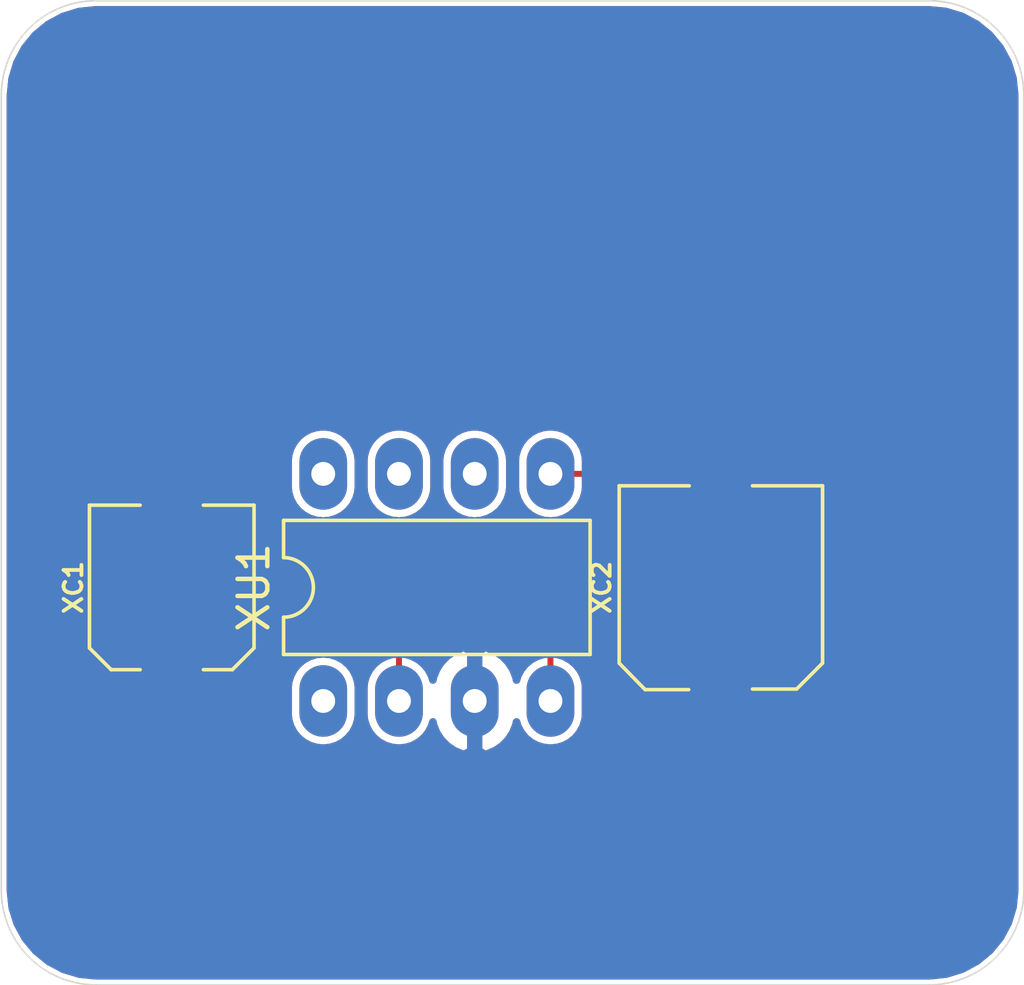
<source format=kicad_pcb>
(kicad_pcb (version 20171130) (host pcbnew "(5.1.4)-1")

  (general
    (thickness 1.6)
    (drawings 13)
    (tracks 14)
    (zones 0)
    (modules 3)
    (nets 8)
  )

  (page A4)
  (layers
    (0 F.Cu signal)
    (31 B.Cu signal)
    (32 B.Adhes user)
    (33 F.Adhes user)
    (34 B.Paste user)
    (35 F.Paste user)
    (36 B.SilkS user)
    (37 F.SilkS user)
    (38 B.Mask user)
    (39 F.Mask user)
    (40 Dwgs.User user)
    (41 Cmts.User user)
    (42 Eco1.User user hide)
    (43 Eco2.User user)
    (44 Edge.Cuts user)
    (45 Margin user)
    (46 B.CrtYd user)
    (47 F.CrtYd user)
    (48 B.Fab user)
    (49 F.Fab user)
  )

  (setup
    (last_trace_width 0.2)
    (trace_clearance 0.1524)
    (zone_clearance 0.1524)
    (zone_45_only no)
    (trace_min 0.1524)
    (via_size 0.8)
    (via_drill 0.4)
    (via_min_size 0.4)
    (via_min_drill 0.254)
    (uvia_size 0.3)
    (uvia_drill 0.1)
    (uvias_allowed no)
    (uvia_min_size 0.2)
    (uvia_min_drill 0.1)
    (edge_width 0.05)
    (segment_width 0.2)
    (pcb_text_width 0.3)
    (pcb_text_size 1.5 1.5)
    (mod_edge_width 0.12)
    (mod_text_size 1 1)
    (mod_text_width 0.15)
    (pad_size 2.4 1.6)
    (pad_drill 0.8)
    (pad_to_mask_clearance 0.051)
    (solder_mask_min_width 0.1016)
    (aux_axis_origin 0 0)
    (visible_elements 7FFFFFFF)
    (pcbplotparams
      (layerselection 0x010c0_ffffffff)
      (usegerberextensions false)
      (usegerberattributes false)
      (usegerberadvancedattributes false)
      (creategerberjobfile false)
      (excludeedgelayer false)
      (linewidth 0.100000)
      (plotframeref false)
      (viasonmask false)
      (mode 1)
      (useauxorigin false)
      (hpglpennumber 1)
      (hpglpenspeed 20)
      (hpglpendiameter 15.000000)
      (psnegative false)
      (psa4output false)
      (plotreference false)
      (plotvalue false)
      (plotinvisibletext false)
      (padsonsilk false)
      (subtractmaskfromsilk false)
      (outputformat 1)
      (mirror false)
      (drillshape 0)
      (scaleselection 1)
      (outputdirectory "gerber/"))
  )

  (net 0 "")
  (net 1 GND)
  (net 2 +9V)
  (net 3 "Net-(XU1-Pad7)")
  (net 4 "Net-(XU1-Pad6)")
  (net 5 "Net-(XC1-Pad2)")
  (net 6 "Net-(XC1-Pad1)")
  (net 7 -9V)

  (net_class Default "This is the default net class."
    (clearance 0.1524)
    (trace_width 0.2)
    (via_dia 0.8)
    (via_drill 0.4)
    (uvia_dia 0.3)
    (uvia_drill 0.1)
    (add_net +9V)
    (add_net -9V)
    (add_net "Net-(XC1-Pad1)")
    (add_net "Net-(XC1-Pad2)")
    (add_net "Net-(XU1-Pad6)")
    (add_net "Net-(XU1-Pad7)")
  )

  (net_class Power ""
    (clearance 0.25)
    (trace_width 0.3)
    (via_dia 0.8)
    (via_drill 0.4)
    (uvia_dia 0.3)
    (uvia_drill 0.1)
    (add_net GND)
  )

  (module Voltage_Converters_DC_DC_THT:MAX1044CPA (layer F.Cu) (tedit 5D489985) (tstamp 5D8F21ED)
    (at 156.21 101.6 90)
    (path /5D9091F6)
    (fp_text reference XU1 (at 0 -6.14 90) (layer F.SilkS)
      (effects (font (size 1 1) (thickness 0.15)))
    )
    (fp_text value MAX1044CPA (at 0 6.14 90) (layer F.Fab)
      (effects (font (size 1 1) (thickness 0.15)))
    )
    (fp_text user %R (at 0 0 90) (layer F.Fab)
      (effects (font (size 1 1) (thickness 0.15)))
    )
    (fp_line (start 5.29 -5.36) (end -5.26 -5.36) (layer F.CrtYd) (width 0.05))
    (fp_line (start 5.29 5.34) (end 5.29 -5.36) (layer F.CrtYd) (width 0.05))
    (fp_line (start -5.26 5.34) (end 5.29 5.34) (layer F.CrtYd) (width 0.05))
    (fp_line (start -5.26 -5.36) (end -5.26 5.34) (layer F.CrtYd) (width 0.05))
    (fp_line (start 2.25 -5.14) (end 1 -5.14) (layer F.SilkS) (width 0.12))
    (fp_line (start 2.25 5.14) (end 2.25 -5.14) (layer F.SilkS) (width 0.12))
    (fp_line (start -2.25 5.14) (end 2.25 5.14) (layer F.SilkS) (width 0.12))
    (fp_line (start -2.25 -5.14) (end -2.25 5.14) (layer F.SilkS) (width 0.12))
    (fp_line (start -1 -5.14) (end -2.25 -5.14) (layer F.SilkS) (width 0.12))
    (fp_line (start -3.175 -4.08) (end -2.175 -5.08) (layer F.Fab) (width 0.1))
    (fp_line (start -3.175 5.08) (end -3.175 -4.08) (layer F.Fab) (width 0.1))
    (fp_line (start 3.175 5.08) (end -3.175 5.08) (layer F.Fab) (width 0.1))
    (fp_line (start 3.175 -5.08) (end 3.175 5.08) (layer F.Fab) (width 0.1))
    (fp_line (start -2.175 -5.08) (end 3.175 -5.08) (layer F.Fab) (width 0.1))
    (fp_arc (start 0 -5.14) (end -1 -5.14) (angle -180) (layer F.SilkS) (width 0.12))
    (pad 8 thru_hole oval (at 3.81 -3.81 90) (size 2.4 1.6) (drill 0.8) (layers *.Cu *.Mask)
      (net 2 +9V))
    (pad 4 thru_hole oval (at -3.81 3.81 90) (size 2.4 1.6) (drill 0.8) (layers *.Cu *.Mask)
      (net 5 "Net-(XC1-Pad2)"))
    (pad 7 thru_hole oval (at 3.81 -1.27 90) (size 2.4 1.6) (drill 0.8) (layers *.Cu *.Mask)
      (net 3 "Net-(XU1-Pad7)"))
    (pad 3 thru_hole oval (at -3.81 1.27 90) (size 2.4 1.6) (drill 0.8) (layers *.Cu *.Mask)
      (net 1 GND))
    (pad 6 thru_hole oval (at 3.81 1.27 90) (size 2.4 1.6) (drill 0.8) (layers *.Cu *.Mask)
      (net 4 "Net-(XU1-Pad6)"))
    (pad 2 thru_hole oval (at -3.81 -1.27 90) (size 2.4 1.6) (drill 0.8) (layers *.Cu *.Mask)
      (net 6 "Net-(XC1-Pad1)"))
    (pad 5 thru_hole oval (at 3.81 3.81 90) (size 2.4 1.6) (drill 0.8) (layers *.Cu *.Mask)
      (net 7 -9V))
    (pad 1 thru_hole oval (at -3.81 -3.81 90) (size 2.4 1.6) (drill 0.8) (layers *.Cu *.Mask)
      (net 2 +9V))
    (model ${LIB_MODULES}/Voltage_Converters_DC_DC_THT.pretty/MAX1044CPA_Socket_THT.step
      (at (xyz 0 0 0))
      (scale (xyz 1 1 1))
      (rotate (xyz 0 0 0))
    )
  )

  (module Capacitors_Electrolytic_SMD:Nichicon_UWT1V470MCL1GS (layer F.Cu) (tedit 5D35C995) (tstamp 5D8F21D1)
    (at 165.735 101.6 90)
    (path /5D911264)
    (attr smd)
    (fp_text reference XC2 (at 0 -4 90) (layer F.SilkS)
      (effects (font (size 0.6 0.6) (thickness 0.127)))
    )
    (fp_text value 47u (at 0 3.8 90) (layer F.Fab)
      (effects (font (size 0.3 0.3) (thickness 0.03)))
    )
    (fp_text user %R (at 0 0 90) (layer F.Fab)
      (effects (font (size 0.4 0.4) (thickness 0.05)))
    )
    (fp_line (start -4.7 1.05) (end -3.55 1.05) (layer F.CrtYd) (width 0.05))
    (fp_line (start -4.7 -1.05) (end -4.7 1.05) (layer F.CrtYd) (width 0.05))
    (fp_line (start -3.55 -1.05) (end -4.7 -1.05) (layer F.CrtYd) (width 0.05))
    (fp_line (start -3.55 1.05) (end -3.55 2.54) (layer F.CrtYd) (width 0.05))
    (fp_line (start -3.55 -2.54) (end -3.55 -1.05) (layer F.CrtYd) (width 0.05))
    (fp_line (start -3.556 -2.54) (end -2.54 -3.55) (layer F.CrtYd) (width 0.05))
    (fp_line (start -3.55 2.54) (end -2.54 3.55) (layer F.CrtYd) (width 0.05))
    (fp_line (start -2.54 -3.55) (end 3.55 -3.55) (layer F.CrtYd) (width 0.05))
    (fp_line (start -2.54 3.55) (end 3.55 3.55) (layer F.CrtYd) (width 0.05))
    (fp_line (start 3.55 1.05) (end 3.55 3.55) (layer F.CrtYd) (width 0.05))
    (fp_line (start 4.7 1.05) (end 3.55 1.05) (layer F.CrtYd) (width 0.05))
    (fp_line (start 4.7 -1.05) (end 4.7 1.05) (layer F.CrtYd) (width 0.05))
    (fp_line (start 3.55 -1.05) (end 4.7 -1.05) (layer F.CrtYd) (width 0.05))
    (fp_line (start 3.55 -3.55) (end 3.55 -1.05) (layer F.CrtYd) (width 0.05))
    (fp_line (start -3.41 2.54) (end -2.54 3.41) (layer F.SilkS) (width 0.12))
    (fp_line (start -3.429 -2.54) (end -2.54 -3.41) (layer F.SilkS) (width 0.12))
    (fp_line (start -3.429 -2.54) (end -3.429 -1.0795) (layer F.SilkS) (width 0.12))
    (fp_line (start -3.41 2.54) (end -3.41 1.06) (layer F.SilkS) (width 0.12))
    (fp_line (start -2.54 3.41) (end 3.41 3.41) (layer F.SilkS) (width 0.12))
    (fp_line (start -2.54 -3.41) (end 3.41 -3.41) (layer F.SilkS) (width 0.12))
    (fp_line (start 3.41 -3.41) (end 3.41 -1.06) (layer F.SilkS) (width 0.12))
    (fp_line (start 3.41 3.41) (end 3.41 1.06) (layer F.SilkS) (width 0.12))
    (fp_line (start -2.389838 -1.645) (end -2.389838 -1.015) (layer F.Fab) (width 0.1))
    (fp_line (start -2.704838 -1.33) (end -2.074838 -1.33) (layer F.Fab) (width 0.1))
    (fp_line (start -3.302 2.54) (end -2.54 3.3) (layer F.Fab) (width 0.1))
    (fp_line (start -3.302 -2.54) (end -2.54 -3.3) (layer F.Fab) (width 0.1))
    (fp_line (start -3.302 -2.54) (end -3.3 2.54) (layer F.Fab) (width 0.1))
    (fp_line (start -2.54 3.3) (end 3.3 3.3) (layer F.Fab) (width 0.1))
    (fp_line (start -2.54 -3.3) (end 3.3 -3.3) (layer F.Fab) (width 0.1))
    (fp_line (start 3.3 -3.3) (end 3.3 3.3) (layer F.Fab) (width 0.1))
    (fp_circle (center 0 0) (end 3.15 0) (layer F.Fab) (width 0.1))
    (pad 2 smd roundrect (at 2.7 0 90) (size 3.5 1.6) (layers F.Cu F.Paste F.Mask) (roundrect_rratio 0.15625)
      (net 7 -9V))
    (pad 1 smd roundrect (at -2.7 0 90) (size 3.5 1.6) (layers F.Cu F.Paste F.Mask) (roundrect_rratio 0.15625)
      (net 1 GND))
    (model ${LIB_MODULES}/Capacitors_Electrolytic_SMD.pretty/Nichicon_UWT1V470MCL1GS.step
      (at (xyz 0 0 0))
      (scale (xyz 1 1 1))
      (rotate (xyz 0 0 0))
    )
  )

  (module Capacitors_Electrolytic_SMD:Nichicon_UWT1V100MCL1GB (layer F.Cu) (tedit 5D35C984) (tstamp 5D8F21AB)
    (at 147.32 101.6 90)
    (path /5D90A1C2)
    (attr smd)
    (fp_text reference XC1 (at 0 -3.3 90) (layer F.SilkS)
      (effects (font (size 0.6 0.6) (thickness 0.127)))
    )
    (fp_text value 10u (at 0 3.2 90) (layer F.Fab)
      (effects (font (size 0.3 0.3) (thickness 0.03)))
    )
    (fp_text user %R (at 0 0 90) (layer F.Fab)
      (effects (font (size 0.4 0.4) (thickness 0.05)))
    )
    (fp_line (start -3.95 1.05) (end -2.9 1.05) (layer F.CrtYd) (width 0.05))
    (fp_line (start -3.95 -1.05) (end -3.95 1.05) (layer F.CrtYd) (width 0.05))
    (fp_line (start -2.9 -1.05) (end -3.95 -1.05) (layer F.CrtYd) (width 0.05))
    (fp_line (start -2.9 1.05) (end -2.9 2.032) (layer F.CrtYd) (width 0.05))
    (fp_line (start -2.9 -2.032) (end -2.9 -1.05) (layer F.CrtYd) (width 0.05))
    (fp_line (start -2.9 -2.032) (end -2.032 -2.9) (layer F.CrtYd) (width 0.05))
    (fp_line (start -2.9 2.032) (end -2.032 2.9) (layer F.CrtYd) (width 0.05))
    (fp_line (start -2.032 -2.9) (end 2.9 -2.9) (layer F.CrtYd) (width 0.05))
    (fp_line (start -2.032 2.9) (end 2.9 2.9) (layer F.CrtYd) (width 0.05))
    (fp_line (start 2.9 1.05) (end 2.9 2.9) (layer F.CrtYd) (width 0.05))
    (fp_line (start 3.95 1.05) (end 2.9 1.05) (layer F.CrtYd) (width 0.05))
    (fp_line (start 3.95 -1.05) (end 3.95 1.05) (layer F.CrtYd) (width 0.05))
    (fp_line (start 2.9 -1.05) (end 3.95 -1.05) (layer F.CrtYd) (width 0.05))
    (fp_line (start 2.9 -2.9) (end 2.9 -1.05) (layer F.CrtYd) (width 0.05))
    (fp_line (start -2.76 2.032) (end -2.032 2.76) (layer F.SilkS) (width 0.12))
    (fp_line (start -2.76 -2.032) (end -2.032 -2.76) (layer F.SilkS) (width 0.12))
    (fp_line (start -2.76 -2.032) (end -2.76 -1.06) (layer F.SilkS) (width 0.12))
    (fp_line (start -2.76 2.032) (end -2.76 1.06) (layer F.SilkS) (width 0.12))
    (fp_line (start -2.032 2.76) (end 2.76 2.76) (layer F.SilkS) (width 0.12))
    (fp_line (start -2.032 -2.76) (end 2.76 -2.76) (layer F.SilkS) (width 0.12))
    (fp_line (start 2.76 -2.76) (end 2.76 -1.06) (layer F.SilkS) (width 0.12))
    (fp_line (start 2.76 2.76) (end 2.76 1.06) (layer F.SilkS) (width 0.12))
    (fp_line (start -1.783956 -1.45) (end -1.783956 -0.95) (layer F.Fab) (width 0.1))
    (fp_line (start -2.033956 -1.2) (end -1.533956 -1.2) (layer F.Fab) (width 0.1))
    (fp_line (start -2.65 2.032) (end -2.032 2.65) (layer F.Fab) (width 0.1))
    (fp_line (start -2.65 -2.032) (end -2.032 -2.65) (layer F.Fab) (width 0.1))
    (fp_line (start -2.65 -2.032) (end -2.65 2.032) (layer F.Fab) (width 0.1))
    (fp_line (start -2.032 2.65) (end 2.65 2.65) (layer F.Fab) (width 0.1))
    (fp_line (start -2.032 -2.65) (end 2.65 -2.65) (layer F.Fab) (width 0.1))
    (fp_line (start 2.65 -2.65) (end 2.65 2.65) (layer F.Fab) (width 0.1))
    (fp_circle (center 0 0) (end 2.5 0) (layer F.Fab) (width 0.1))
    (pad 2 smd roundrect (at 2.2 0 90) (size 3 1.6) (layers F.Cu F.Paste F.Mask) (roundrect_rratio 0.15625)
      (net 5 "Net-(XC1-Pad2)"))
    (pad 1 smd roundrect (at -2.2 0 90) (size 3 1.6) (layers F.Cu F.Paste F.Mask) (roundrect_rratio 0.15625)
      (net 6 "Net-(XC1-Pad1)"))
    (model ${LIB_MODULES}/Capacitors_Electrolytic_SMD.pretty/Nichicon_UWT1V100MCL1GB.step
      (at (xyz 0 0 0))
      (scale (xyz 1 1 1))
      (rotate (xyz 0 0 0))
    )
  )

  (gr_arc (start 172.72 111.76) (end 172.72 114.935) (angle -90) (layer Edge.Cuts) (width 0.05) (tstamp 5D8CC4C0))
  (gr_arc (start 144.78 111.76) (end 141.605 111.76) (angle -90) (layer Edge.Cuts) (width 0.05) (tstamp 5D8CC4BD))
  (gr_arc (start 144.78 85.09) (end 144.78 81.915) (angle -90) (layer Edge.Cuts) (width 0.05) (tstamp 5D8CC4BA))
  (gr_arc (start 172.72 85.09) (end 175.895 85.09) (angle -90) (layer Edge.Cuts) (width 0.05))
  (gr_line (start 172.72 81.915) (end 144.78 81.915) (layer Edge.Cuts) (width 0.05) (tstamp 5D8CC31C))
  (gr_line (start 175.895 111.76) (end 175.895 85.09) (layer Edge.Cuts) (width 0.05))
  (gr_line (start 144.78 114.935) (end 172.72 114.935) (layer Edge.Cuts) (width 0.05))
  (gr_line (start 141.605 85.09) (end 141.605 111.76) (layer Edge.Cuts) (width 0.05))
  (dimension 29.21 (width 0.15) (layer Eco1.User)
    (gr_text "29.210 mm" (at 79.98 59.309 90) (layer Eco1.User)
      (effects (font (size 1 1) (thickness 0.15)))
    )
    (feature1 (pts (xy 101.346 44.704) (xy 80.693579 44.704)))
    (feature2 (pts (xy 101.346 73.914) (xy 80.693579 73.914)))
    (crossbar (pts (xy 81.28 73.914) (xy 81.28 44.704)))
    (arrow1a (pts (xy 81.28 44.704) (xy 81.866421 45.830504)))
    (arrow1b (pts (xy 81.28 44.704) (xy 80.693579 45.830504)))
    (arrow2a (pts (xy 81.28 73.914) (xy 81.866421 72.787496)))
    (arrow2b (pts (xy 81.28 73.914) (xy 80.693579 72.787496)))
  )
  (dimension 43.18 (width 0.15) (layer Eco1.User)
    (gr_text "43.180 mm" (at 122.936 32.609) (layer Eco1.User)
      (effects (font (size 1 1) (thickness 0.15)))
    )
    (feature1 (pts (xy 101.346 73.914) (xy 101.346 33.322579)))
    (feature2 (pts (xy 144.526 73.914) (xy 144.526 33.322579)))
    (crossbar (pts (xy 144.526 33.909) (xy 101.346 33.909)))
    (arrow1a (pts (xy 101.346 33.909) (xy 102.472504 33.322579)))
    (arrow1b (pts (xy 101.346 33.909) (xy 102.472504 34.495421)))
    (arrow2a (pts (xy 144.526 33.909) (xy 143.399496 33.322579)))
    (arrow2b (pts (xy 144.526 33.909) (xy 143.399496 34.495421)))
  )
  (dimension 43.18 (width 0.15) (layer Eco1.User)
    (gr_text "43.180 mm" (at 166.116 32.609) (layer Eco1.User)
      (effects (font (size 1 1) (thickness 0.15)))
    )
    (feature1 (pts (xy 144.526 73.914) (xy 144.526 33.322579)))
    (feature2 (pts (xy 187.706 73.914) (xy 187.706 33.322579)))
    (crossbar (pts (xy 187.706 33.909) (xy 144.526 33.909)))
    (arrow1a (pts (xy 144.526 33.909) (xy 145.652504 33.322579)))
    (arrow1b (pts (xy 144.526 33.909) (xy 145.652504 34.495421)))
    (arrow2a (pts (xy 187.706 33.909) (xy 186.579496 33.322579)))
    (arrow2b (pts (xy 187.706 33.909) (xy 186.579496 34.495421)))
  )
  (dimension 10.16 (width 0.15) (layer Eco1.User)
    (gr_text "10.160 mm" (at 192.786 32.609) (layer Eco1.User)
      (effects (font (size 1 1) (thickness 0.15)))
    )
    (feature1 (pts (xy 197.866 73.914) (xy 197.866 33.322579)))
    (feature2 (pts (xy 187.706 73.914) (xy 187.706 33.322579)))
    (crossbar (pts (xy 187.706 33.909) (xy 197.866 33.909)))
    (arrow1a (pts (xy 197.866 33.909) (xy 196.739496 34.495421)))
    (arrow1b (pts (xy 197.866 33.909) (xy 196.739496 33.322579)))
    (arrow2a (pts (xy 187.706 33.909) (xy 188.832504 34.495421)))
    (arrow2b (pts (xy 187.706 33.909) (xy 188.832504 33.322579)))
  )
  (dimension 13.97 (width 0.15) (layer Eco1.User)
    (gr_text "13.970 mm" (at 94.361 31.339) (layer Eco1.User)
      (effects (font (size 1 1) (thickness 0.15)))
    )
    (feature1 (pts (xy 87.376 73.914) (xy 87.376 32.052579)))
    (feature2 (pts (xy 101.346 73.914) (xy 101.346 32.052579)))
    (crossbar (pts (xy 101.346 32.639) (xy 87.376 32.639)))
    (arrow1a (pts (xy 87.376 32.639) (xy 88.502504 32.052579)))
    (arrow1b (pts (xy 87.376 32.639) (xy 88.502504 33.225421)))
    (arrow2a (pts (xy 101.346 32.639) (xy 100.219496 32.052579)))
    (arrow2b (pts (xy 101.346 32.639) (xy 100.219496 33.225421)))
  )

  (segment (start 149.565 99.4) (end 147.32 99.4) (width 0.2) (layer F.Cu) (net 5))
  (segment (start 151.13 100.965) (end 149.565 99.4) (width 0.2) (layer F.Cu) (net 5))
  (segment (start 158.18 100.965) (end 151.13 100.965) (width 0.2) (layer F.Cu) (net 5))
  (segment (start 160.02 105.41) (end 160.02 102.805) (width 0.2) (layer F.Cu) (net 5))
  (segment (start 160.02 102.805) (end 158.18 100.965) (width 0.2) (layer F.Cu) (net 5))
  (segment (start 147.361 103.759) (end 147.32 103.8) (width 0.2) (layer F.Cu) (net 6))
  (segment (start 149.606 103.759) (end 147.361 103.759) (width 0.2) (layer F.Cu) (net 6))
  (segment (start 150.495 102.87) (end 149.606 103.759) (width 0.2) (layer F.Cu) (net 6))
  (segment (start 154.37 102.87) (end 150.495 102.87) (width 0.2) (layer F.Cu) (net 6))
  (segment (start 154.94 105.41) (end 154.94 103.44) (width 0.2) (layer F.Cu) (net 6))
  (segment (start 154.94 103.44) (end 154.37 102.87) (width 0.2) (layer F.Cu) (net 6))
  (segment (start 163.67 98.9) (end 165.735 98.9) (width 0.2) (layer F.Cu) (net 7))
  (segment (start 160.02 97.79) (end 162.56 97.79) (width 0.2) (layer F.Cu) (net 7))
  (segment (start 162.56 97.79) (end 163.67 98.9) (width 0.2) (layer F.Cu) (net 7))

  (zone (net 1) (net_name GND) (layer B.Cu) (tstamp 0) (hatch edge 0.508)
    (connect_pads (clearance 0.1524))
    (min_thickness 0.254)
    (fill yes (arc_segments 32) (thermal_gap 0.508) (thermal_bridge_width 0.508) (smoothing fillet) (radius 1))
    (polygon
      (pts
        (xy 141.605 81.915) (xy 175.895 81.915) (xy 175.895 114.935) (xy 141.605 114.935)
      )
    )
    (filled_polygon
      (pts
        (xy 173.277285 82.275501) (xy 173.813345 82.437347) (xy 174.307756 82.700231) (xy 174.741695 83.054143) (xy 175.098625 83.485598)
        (xy 175.364955 83.978163) (xy 175.530539 84.513084) (xy 175.590579 85.084312) (xy 175.590601 85.090769) (xy 175.5906 111.745115)
        (xy 175.534499 112.317285) (xy 175.372653 112.853345) (xy 175.109769 113.347756) (xy 174.755857 113.781695) (xy 174.324404 114.138623)
        (xy 173.831837 114.404955) (xy 173.296917 114.570539) (xy 172.725688 114.630579) (xy 172.719519 114.6306) (xy 144.794885 114.6306)
        (xy 144.222715 114.574499) (xy 143.686655 114.412653) (xy 143.192244 114.149769) (xy 142.758305 113.795857) (xy 142.401377 113.364404)
        (xy 142.135045 112.871837) (xy 141.969461 112.336917) (xy 141.909421 111.765688) (xy 141.9094 111.759519) (xy 141.9094 104.952189)
        (xy 151.223 104.952189) (xy 151.223 105.867812) (xy 151.240031 106.040732) (xy 151.307333 106.262597) (xy 151.416627 106.46707)
        (xy 151.56371 106.646291) (xy 151.742931 106.793374) (xy 151.947404 106.902667) (xy 152.169269 106.969969) (xy 152.4 106.992694)
        (xy 152.630732 106.969969) (xy 152.852597 106.902667) (xy 153.05707 106.793374) (xy 153.236291 106.646291) (xy 153.383374 106.46707)
        (xy 153.492667 106.262597) (xy 153.559969 106.040731) (xy 153.577 105.867811) (xy 153.577 104.952189) (xy 153.763 104.952189)
        (xy 153.763 105.867812) (xy 153.780031 106.040732) (xy 153.847333 106.262597) (xy 153.956627 106.46707) (xy 154.10371 106.646291)
        (xy 154.282931 106.793374) (xy 154.487404 106.902667) (xy 154.709269 106.969969) (xy 154.94 106.992694) (xy 155.170732 106.969969)
        (xy 155.392597 106.902667) (xy 155.59707 106.793374) (xy 155.776291 106.646291) (xy 155.923374 106.46707) (xy 156.032667 106.262597)
        (xy 156.078141 106.112688) (xy 156.09735 106.214514) (xy 156.202834 106.476483) (xy 156.357399 106.712839) (xy 156.555105 106.9145)
        (xy 156.788354 107.073715) (xy 157.048182 107.184367) (xy 157.130961 107.201904) (xy 157.353 107.079915) (xy 157.353 105.537)
        (xy 157.333 105.537) (xy 157.333 105.283) (xy 157.353 105.283) (xy 157.353 103.740085) (xy 157.607 103.740085)
        (xy 157.607 105.283) (xy 157.627 105.283) (xy 157.627 105.537) (xy 157.607 105.537) (xy 157.607 107.079915)
        (xy 157.829039 107.201904) (xy 157.911818 107.184367) (xy 158.171646 107.073715) (xy 158.404895 106.9145) (xy 158.602601 106.712839)
        (xy 158.757166 106.476483) (xy 158.86265 106.214514) (xy 158.881858 106.112688) (xy 158.927333 106.262597) (xy 159.036627 106.46707)
        (xy 159.18371 106.646291) (xy 159.362931 106.793374) (xy 159.567404 106.902667) (xy 159.789269 106.969969) (xy 160.02 106.992694)
        (xy 160.250732 106.969969) (xy 160.472597 106.902667) (xy 160.67707 106.793374) (xy 160.856291 106.646291) (xy 161.003374 106.46707)
        (xy 161.112667 106.262597) (xy 161.179969 106.040731) (xy 161.197 105.867811) (xy 161.197 104.952188) (xy 161.179969 104.779268)
        (xy 161.112667 104.557403) (xy 161.003374 104.35293) (xy 160.856291 104.173709) (xy 160.677069 104.026626) (xy 160.472596 103.917333)
        (xy 160.250731 103.850031) (xy 160.02 103.827306) (xy 159.789268 103.850031) (xy 159.567403 103.917333) (xy 159.36293 104.026626)
        (xy 159.183709 104.173709) (xy 159.036626 104.352931) (xy 158.927333 104.557404) (xy 158.881859 104.707312) (xy 158.86265 104.605486)
        (xy 158.757166 104.343517) (xy 158.602601 104.107161) (xy 158.404895 103.9055) (xy 158.171646 103.746285) (xy 157.911818 103.635633)
        (xy 157.829039 103.618096) (xy 157.607 103.740085) (xy 157.353 103.740085) (xy 157.130961 103.618096) (xy 157.048182 103.635633)
        (xy 156.788354 103.746285) (xy 156.555105 103.9055) (xy 156.357399 104.107161) (xy 156.202834 104.343517) (xy 156.09735 104.605486)
        (xy 156.078142 104.707312) (xy 156.032667 104.557403) (xy 155.923374 104.35293) (xy 155.776291 104.173709) (xy 155.597069 104.026626)
        (xy 155.392596 103.917333) (xy 155.170731 103.850031) (xy 154.94 103.827306) (xy 154.709268 103.850031) (xy 154.487403 103.917333)
        (xy 154.28293 104.026626) (xy 154.103709 104.173709) (xy 153.956626 104.352931) (xy 153.847333 104.557404) (xy 153.780031 104.779269)
        (xy 153.763 104.952189) (xy 153.577 104.952189) (xy 153.577 104.952188) (xy 153.559969 104.779268) (xy 153.492667 104.557403)
        (xy 153.383374 104.35293) (xy 153.236291 104.173709) (xy 153.057069 104.026626) (xy 152.852596 103.917333) (xy 152.630731 103.850031)
        (xy 152.4 103.827306) (xy 152.169268 103.850031) (xy 151.947403 103.917333) (xy 151.74293 104.026626) (xy 151.563709 104.173709)
        (xy 151.416626 104.352931) (xy 151.307333 104.557404) (xy 151.240031 104.779269) (xy 151.223 104.952189) (xy 141.9094 104.952189)
        (xy 141.9094 97.332189) (xy 151.223 97.332189) (xy 151.223 98.247812) (xy 151.240031 98.420732) (xy 151.307333 98.642597)
        (xy 151.416627 98.84707) (xy 151.56371 99.026291) (xy 151.742931 99.173374) (xy 151.947404 99.282667) (xy 152.169269 99.349969)
        (xy 152.4 99.372694) (xy 152.630732 99.349969) (xy 152.852597 99.282667) (xy 153.05707 99.173374) (xy 153.236291 99.026291)
        (xy 153.383374 98.84707) (xy 153.492667 98.642597) (xy 153.559969 98.420731) (xy 153.577 98.247811) (xy 153.577 97.332189)
        (xy 153.763 97.332189) (xy 153.763 98.247812) (xy 153.780031 98.420732) (xy 153.847333 98.642597) (xy 153.956627 98.84707)
        (xy 154.10371 99.026291) (xy 154.282931 99.173374) (xy 154.487404 99.282667) (xy 154.709269 99.349969) (xy 154.94 99.372694)
        (xy 155.170732 99.349969) (xy 155.392597 99.282667) (xy 155.59707 99.173374) (xy 155.776291 99.026291) (xy 155.923374 98.84707)
        (xy 156.032667 98.642597) (xy 156.099969 98.420731) (xy 156.117 98.247811) (xy 156.117 97.332189) (xy 156.303 97.332189)
        (xy 156.303 98.247812) (xy 156.320031 98.420732) (xy 156.387333 98.642597) (xy 156.496627 98.84707) (xy 156.64371 99.026291)
        (xy 156.822931 99.173374) (xy 157.027404 99.282667) (xy 157.249269 99.349969) (xy 157.48 99.372694) (xy 157.710732 99.349969)
        (xy 157.932597 99.282667) (xy 158.13707 99.173374) (xy 158.316291 99.026291) (xy 158.463374 98.84707) (xy 158.572667 98.642597)
        (xy 158.639969 98.420731) (xy 158.657 98.247811) (xy 158.657 97.332189) (xy 158.843 97.332189) (xy 158.843 98.247812)
        (xy 158.860031 98.420732) (xy 158.927333 98.642597) (xy 159.036627 98.84707) (xy 159.18371 99.026291) (xy 159.362931 99.173374)
        (xy 159.567404 99.282667) (xy 159.789269 99.349969) (xy 160.02 99.372694) (xy 160.250732 99.349969) (xy 160.472597 99.282667)
        (xy 160.67707 99.173374) (xy 160.856291 99.026291) (xy 161.003374 98.84707) (xy 161.112667 98.642597) (xy 161.179969 98.420731)
        (xy 161.197 98.247811) (xy 161.197 97.332188) (xy 161.179969 97.159268) (xy 161.112667 96.937403) (xy 161.003374 96.73293)
        (xy 160.856291 96.553709) (xy 160.677069 96.406626) (xy 160.472596 96.297333) (xy 160.250731 96.230031) (xy 160.02 96.207306)
        (xy 159.789268 96.230031) (xy 159.567403 96.297333) (xy 159.36293 96.406626) (xy 159.183709 96.553709) (xy 159.036626 96.732931)
        (xy 158.927333 96.937404) (xy 158.860031 97.159269) (xy 158.843 97.332189) (xy 158.657 97.332189) (xy 158.657 97.332188)
        (xy 158.639969 97.159268) (xy 158.572667 96.937403) (xy 158.463374 96.73293) (xy 158.316291 96.553709) (xy 158.137069 96.406626)
        (xy 157.932596 96.297333) (xy 157.710731 96.230031) (xy 157.48 96.207306) (xy 157.249268 96.230031) (xy 157.027403 96.297333)
        (xy 156.82293 96.406626) (xy 156.643709 96.553709) (xy 156.496626 96.732931) (xy 156.387333 96.937404) (xy 156.320031 97.159269)
        (xy 156.303 97.332189) (xy 156.117 97.332189) (xy 156.117 97.332188) (xy 156.099969 97.159268) (xy 156.032667 96.937403)
        (xy 155.923374 96.73293) (xy 155.776291 96.553709) (xy 155.597069 96.406626) (xy 155.392596 96.297333) (xy 155.170731 96.230031)
        (xy 154.94 96.207306) (xy 154.709268 96.230031) (xy 154.487403 96.297333) (xy 154.28293 96.406626) (xy 154.103709 96.553709)
        (xy 153.956626 96.732931) (xy 153.847333 96.937404) (xy 153.780031 97.159269) (xy 153.763 97.332189) (xy 153.577 97.332189)
        (xy 153.577 97.332188) (xy 153.559969 97.159268) (xy 153.492667 96.937403) (xy 153.383374 96.73293) (xy 153.236291 96.553709)
        (xy 153.057069 96.406626) (xy 152.852596 96.297333) (xy 152.630731 96.230031) (xy 152.4 96.207306) (xy 152.169268 96.230031)
        (xy 151.947403 96.297333) (xy 151.74293 96.406626) (xy 151.563709 96.553709) (xy 151.416626 96.732931) (xy 151.307333 96.937404)
        (xy 151.240031 97.159269) (xy 151.223 97.332189) (xy 141.9094 97.332189) (xy 141.9094 85.104885) (xy 141.965501 84.532715)
        (xy 142.127347 83.996655) (xy 142.390231 83.502244) (xy 142.744143 83.068305) (xy 143.175598 82.711375) (xy 143.668163 82.445045)
        (xy 144.203084 82.279461) (xy 144.774312 82.219421) (xy 144.780481 82.2194) (xy 172.705115 82.2194)
      )
    )
  )
  (zone (net 1) (net_name GND) (layer F.Cu) (tstamp 5D8CEEA6) (hatch edge 0.508)
    (connect_pads (clearance 0.1524))
    (min_thickness 0.254)
    (fill yes (arc_segments 32) (thermal_gap 0.508) (thermal_bridge_width 0.508) (smoothing fillet) (radius 1))
    (polygon
      (pts
        (xy 141.560095 81.915) (xy 175.850095 81.915) (xy 175.850095 114.935) (xy 141.560095 114.935)
      )
    )
    (filled_polygon
      (pts
        (xy 173.277285 82.275501) (xy 173.813345 82.437347) (xy 174.307756 82.700231) (xy 174.741695 83.054143) (xy 175.098625 83.485598)
        (xy 175.364955 83.978163) (xy 175.530539 84.513084) (xy 175.590579 85.084312) (xy 175.590601 85.090769) (xy 175.5906 111.745115)
        (xy 175.534499 112.317285) (xy 175.372653 112.853345) (xy 175.109769 113.347756) (xy 174.755857 113.781695) (xy 174.324404 114.138623)
        (xy 173.831837 114.404955) (xy 173.296917 114.570539) (xy 172.725688 114.630579) (xy 172.719519 114.6306) (xy 144.794885 114.6306)
        (xy 144.222715 114.574499) (xy 143.686655 114.412653) (xy 143.192244 114.149769) (xy 142.758305 113.795857) (xy 142.401377 113.364404)
        (xy 142.135045 112.871837) (xy 141.969461 112.336917) (xy 141.909421 111.765688) (xy 141.9094 111.759519) (xy 141.9094 102.55)
        (xy 146.141176 102.55) (xy 146.141176 105.05) (xy 146.153259 105.172677) (xy 146.189042 105.290641) (xy 146.247152 105.399356)
        (xy 146.325354 105.494646) (xy 146.420644 105.572848) (xy 146.529359 105.630958) (xy 146.647323 105.666741) (xy 146.77 105.678824)
        (xy 147.87 105.678824) (xy 147.992677 105.666741) (xy 148.110641 105.630958) (xy 148.219356 105.572848) (xy 148.314646 105.494646)
        (xy 148.392848 105.399356) (xy 148.450958 105.290641) (xy 148.486741 105.172677) (xy 148.498824 105.05) (xy 148.498824 104.952189)
        (xy 151.223 104.952189) (xy 151.223 105.867812) (xy 151.240031 106.040732) (xy 151.307333 106.262597) (xy 151.416627 106.46707)
        (xy 151.56371 106.646291) (xy 151.742931 106.793374) (xy 151.947404 106.902667) (xy 152.169269 106.969969) (xy 152.4 106.992694)
        (xy 152.630732 106.969969) (xy 152.852597 106.902667) (xy 153.05707 106.793374) (xy 153.236291 106.646291) (xy 153.383374 106.46707)
        (xy 153.492667 106.262597) (xy 153.559969 106.040731) (xy 153.577 105.867811) (xy 153.577 104.952188) (xy 153.559969 104.779268)
        (xy 153.492667 104.557403) (xy 153.383374 104.35293) (xy 153.236291 104.173709) (xy 153.057069 104.026626) (xy 152.852596 103.917333)
        (xy 152.630731 103.850031) (xy 152.4 103.827306) (xy 152.169268 103.850031) (xy 151.947403 103.917333) (xy 151.74293 104.026626)
        (xy 151.563709 104.173709) (xy 151.416626 104.352931) (xy 151.307333 104.557404) (xy 151.240031 104.779269) (xy 151.223 104.952189)
        (xy 148.498824 104.952189) (xy 148.498824 104.236) (xy 149.582585 104.236) (xy 149.606 104.238306) (xy 149.629415 104.236)
        (xy 149.629423 104.236) (xy 149.699508 104.229097) (xy 149.789423 104.201822) (xy 149.872289 104.157529) (xy 149.944921 104.097921)
        (xy 149.959855 104.079724) (xy 150.69258 103.347) (xy 154.172421 103.347) (xy 154.463001 103.637581) (xy 154.463001 103.930376)
        (xy 154.28293 104.026626) (xy 154.103709 104.173709) (xy 153.956626 104.352931) (xy 153.847333 104.557404) (xy 153.780031 104.779269)
        (xy 153.763 104.952189) (xy 153.763 105.867812) (xy 153.780031 106.040732) (xy 153.847333 106.262597) (xy 153.956627 106.46707)
        (xy 154.10371 106.646291) (xy 154.282931 106.793374) (xy 154.487404 106.902667) (xy 154.709269 106.969969) (xy 154.94 106.992694)
        (xy 155.170732 106.969969) (xy 155.392597 106.902667) (xy 155.59707 106.793374) (xy 155.776291 106.646291) (xy 155.923374 106.46707)
        (xy 156.032667 106.262597) (xy 156.078141 106.112688) (xy 156.09735 106.214514) (xy 156.202834 106.476483) (xy 156.357399 106.712839)
        (xy 156.555105 106.9145) (xy 156.788354 107.073715) (xy 157.048182 107.184367) (xy 157.130961 107.201904) (xy 157.353 107.079915)
        (xy 157.353 105.537) (xy 157.333 105.537) (xy 157.333 105.283) (xy 157.353 105.283) (xy 157.353 103.740085)
        (xy 157.130961 103.618096) (xy 157.048182 103.635633) (xy 156.788354 103.746285) (xy 156.555105 103.9055) (xy 156.357399 104.107161)
        (xy 156.202834 104.343517) (xy 156.09735 104.605486) (xy 156.078142 104.707312) (xy 156.032667 104.557403) (xy 155.923374 104.35293)
        (xy 155.776291 104.173709) (xy 155.597069 104.026626) (xy 155.417 103.930377) (xy 155.417 103.463415) (xy 155.419306 103.44)
        (xy 155.417 103.416585) (xy 155.417 103.416577) (xy 155.410097 103.346492) (xy 155.382822 103.256577) (xy 155.338529 103.173711)
        (xy 155.293852 103.119272) (xy 155.29385 103.11927) (xy 155.278921 103.101079) (xy 155.260729 103.086149) (xy 154.723855 102.549276)
        (xy 154.708921 102.531079) (xy 154.636289 102.471471) (xy 154.553423 102.427178) (xy 154.463508 102.399903) (xy 154.393423 102.393)
        (xy 154.393415 102.393) (xy 154.37 102.390694) (xy 154.346585 102.393) (xy 150.518415 102.393) (xy 150.495 102.390694)
        (xy 150.471585 102.393) (xy 150.471577 102.393) (xy 150.401492 102.399903) (xy 150.311577 102.427178) (xy 150.228711 102.471471)
        (xy 150.156079 102.531079) (xy 150.141149 102.549271) (xy 149.408421 103.282) (xy 148.498824 103.282) (xy 148.498824 102.55)
        (xy 148.486741 102.427323) (xy 148.450958 102.309359) (xy 148.392848 102.200644) (xy 148.314646 102.105354) (xy 148.219356 102.027152)
        (xy 148.110641 101.969042) (xy 147.992677 101.933259) (xy 147.87 101.921176) (xy 146.77 101.921176) (xy 146.647323 101.933259)
        (xy 146.529359 101.969042) (xy 146.420644 102.027152) (xy 146.325354 102.105354) (xy 146.247152 102.200644) (xy 146.189042 102.309359)
        (xy 146.153259 102.427323) (xy 146.141176 102.55) (xy 141.9094 102.55) (xy 141.9094 98.15) (xy 146.141176 98.15)
        (xy 146.141176 100.65) (xy 146.153259 100.772677) (xy 146.189042 100.890641) (xy 146.247152 100.999356) (xy 146.325354 101.094646)
        (xy 146.420644 101.172848) (xy 146.529359 101.230958) (xy 146.647323 101.266741) (xy 146.77 101.278824) (xy 147.87 101.278824)
        (xy 147.992677 101.266741) (xy 148.110641 101.230958) (xy 148.219356 101.172848) (xy 148.314646 101.094646) (xy 148.392848 100.999356)
        (xy 148.450958 100.890641) (xy 148.486741 100.772677) (xy 148.498824 100.65) (xy 148.498824 99.877) (xy 149.367421 99.877)
        (xy 150.776147 101.285727) (xy 150.791079 101.303921) (xy 150.863711 101.363529) (xy 150.946577 101.407822) (xy 151.036492 101.435097)
        (xy 151.106577 101.442) (xy 151.106584 101.442) (xy 151.129999 101.444306) (xy 151.153414 101.442) (xy 157.982421 101.442)
        (xy 159.543001 103.002581) (xy 159.543001 103.930376) (xy 159.36293 104.026626) (xy 159.183709 104.173709) (xy 159.036626 104.352931)
        (xy 158.927333 104.557404) (xy 158.881859 104.707312) (xy 158.86265 104.605486) (xy 158.757166 104.343517) (xy 158.602601 104.107161)
        (xy 158.404895 103.9055) (xy 158.171646 103.746285) (xy 157.911818 103.635633) (xy 157.829039 103.618096) (xy 157.607 103.740085)
        (xy 157.607 105.283) (xy 157.627 105.283) (xy 157.627 105.537) (xy 157.607 105.537) (xy 157.607 107.079915)
        (xy 157.829039 107.201904) (xy 157.911818 107.184367) (xy 158.171646 107.073715) (xy 158.404895 106.9145) (xy 158.602601 106.712839)
        (xy 158.757166 106.476483) (xy 158.86265 106.214514) (xy 158.881858 106.112688) (xy 158.927333 106.262597) (xy 159.036627 106.46707)
        (xy 159.18371 106.646291) (xy 159.362931 106.793374) (xy 159.567404 106.902667) (xy 159.789269 106.969969) (xy 160.02 106.992694)
        (xy 160.250732 106.969969) (xy 160.472597 106.902667) (xy 160.67707 106.793374) (xy 160.856291 106.646291) (xy 161.003374 106.46707)
        (xy 161.112667 106.262597) (xy 161.177157 106.05) (xy 164.296928 106.05) (xy 164.309188 106.174482) (xy 164.345498 106.29418)
        (xy 164.404463 106.404494) (xy 164.483815 106.501185) (xy 164.580506 106.580537) (xy 164.69082 106.639502) (xy 164.810518 106.675812)
        (xy 164.935 106.688072) (xy 165.44925 106.685) (xy 165.608 106.52625) (xy 165.608 104.427) (xy 165.862 104.427)
        (xy 165.862 106.52625) (xy 166.02075 106.685) (xy 166.535 106.688072) (xy 166.659482 106.675812) (xy 166.77918 106.639502)
        (xy 166.889494 106.580537) (xy 166.986185 106.501185) (xy 167.065537 106.404494) (xy 167.124502 106.29418) (xy 167.160812 106.174482)
        (xy 167.173072 106.05) (xy 167.17 104.58575) (xy 167.01125 104.427) (xy 165.862 104.427) (xy 165.608 104.427)
        (xy 164.45875 104.427) (xy 164.3 104.58575) (xy 164.296928 106.05) (xy 161.177157 106.05) (xy 161.179969 106.040731)
        (xy 161.197 105.867811) (xy 161.197 104.952188) (xy 161.179969 104.779268) (xy 161.112667 104.557403) (xy 161.003374 104.35293)
        (xy 160.856291 104.173709) (xy 160.677069 104.026626) (xy 160.497 103.930377) (xy 160.497 102.828415) (xy 160.499306 102.805)
        (xy 160.497 102.781585) (xy 160.497 102.781577) (xy 160.490097 102.711492) (xy 160.462822 102.621577) (xy 160.424564 102.55)
        (xy 164.296928 102.55) (xy 164.3 104.01425) (xy 164.45875 104.173) (xy 165.608 104.173) (xy 165.608 102.07375)
        (xy 165.862 102.07375) (xy 165.862 104.173) (xy 167.01125 104.173) (xy 167.17 104.01425) (xy 167.173072 102.55)
        (xy 167.160812 102.425518) (xy 167.124502 102.30582) (xy 167.065537 102.195506) (xy 166.986185 102.098815) (xy 166.889494 102.019463)
        (xy 166.77918 101.960498) (xy 166.659482 101.924188) (xy 166.535 101.911928) (xy 166.02075 101.915) (xy 165.862 102.07375)
        (xy 165.608 102.07375) (xy 165.44925 101.915) (xy 164.935 101.911928) (xy 164.810518 101.924188) (xy 164.69082 101.960498)
        (xy 164.580506 102.019463) (xy 164.483815 102.098815) (xy 164.404463 102.195506) (xy 164.345498 102.30582) (xy 164.309188 102.425518)
        (xy 164.296928 102.55) (xy 160.424564 102.55) (xy 160.418529 102.538711) (xy 160.358921 102.466079) (xy 160.340729 102.451149)
        (xy 158.533855 100.644276) (xy 158.518921 100.626079) (xy 158.446289 100.566471) (xy 158.363423 100.522178) (xy 158.273508 100.494903)
        (xy 158.203423 100.488) (xy 158.203415 100.488) (xy 158.18 100.485694) (xy 158.156585 100.488) (xy 151.32758 100.488)
        (xy 149.918855 99.079276) (xy 149.903921 99.061079) (xy 149.831289 99.001471) (xy 149.748423 98.957178) (xy 149.658508 98.929903)
        (xy 149.588423 98.923) (xy 149.588415 98.923) (xy 149.565 98.920694) (xy 149.541585 98.923) (xy 148.498824 98.923)
        (xy 148.498824 98.15) (xy 148.486741 98.027323) (xy 148.450958 97.909359) (xy 148.392848 97.800644) (xy 148.314646 97.705354)
        (xy 148.219356 97.627152) (xy 148.110641 97.569042) (xy 147.992677 97.533259) (xy 147.87 97.521176) (xy 146.77 97.521176)
        (xy 146.647323 97.533259) (xy 146.529359 97.569042) (xy 146.420644 97.627152) (xy 146.325354 97.705354) (xy 146.247152 97.800644)
        (xy 146.189042 97.909359) (xy 146.153259 98.027323) (xy 146.141176 98.15) (xy 141.9094 98.15) (xy 141.9094 97.332189)
        (xy 151.223 97.332189) (xy 151.223 98.247812) (xy 151.240031 98.420732) (xy 151.307333 98.642597) (xy 151.416627 98.84707)
        (xy 151.56371 99.026291) (xy 151.742931 99.173374) (xy 151.947404 99.282667) (xy 152.169269 99.349969) (xy 152.4 99.372694)
        (xy 152.630732 99.349969) (xy 152.852597 99.282667) (xy 153.05707 99.173374) (xy 153.236291 99.026291) (xy 153.383374 98.84707)
        (xy 153.492667 98.642597) (xy 153.559969 98.420731) (xy 153.577 98.247811) (xy 153.577 97.332189) (xy 153.763 97.332189)
        (xy 153.763 98.247812) (xy 153.780031 98.420732) (xy 153.847333 98.642597) (xy 153.956627 98.84707) (xy 154.10371 99.026291)
        (xy 154.282931 99.173374) (xy 154.487404 99.282667) (xy 154.709269 99.349969) (xy 154.94 99.372694) (xy 155.170732 99.349969)
        (xy 155.392597 99.282667) (xy 155.59707 99.173374) (xy 155.776291 99.026291) (xy 155.923374 98.84707) (xy 156.032667 98.642597)
        (xy 156.099969 98.420731) (xy 156.117 98.247811) (xy 156.117 97.332189) (xy 156.303 97.332189) (xy 156.303 98.247812)
        (xy 156.320031 98.420732) (xy 156.387333 98.642597) (xy 156.496627 98.84707) (xy 156.64371 99.026291) (xy 156.822931 99.173374)
        (xy 157.027404 99.282667) (xy 157.249269 99.349969) (xy 157.48 99.372694) (xy 157.710732 99.349969) (xy 157.932597 99.282667)
        (xy 158.13707 99.173374) (xy 158.316291 99.026291) (xy 158.463374 98.84707) (xy 158.572667 98.642597) (xy 158.639969 98.420731)
        (xy 158.657 98.247811) (xy 158.657 97.332189) (xy 158.843 97.332189) (xy 158.843 98.247812) (xy 158.860031 98.420732)
        (xy 158.927333 98.642597) (xy 159.036627 98.84707) (xy 159.18371 99.026291) (xy 159.362931 99.173374) (xy 159.567404 99.282667)
        (xy 159.789269 99.349969) (xy 160.02 99.372694) (xy 160.250732 99.349969) (xy 160.472597 99.282667) (xy 160.67707 99.173374)
        (xy 160.856291 99.026291) (xy 161.003374 98.84707) (xy 161.112667 98.642597) (xy 161.179969 98.420731) (xy 161.19511 98.267)
        (xy 162.362421 98.267) (xy 163.316149 99.220729) (xy 163.331079 99.238921) (xy 163.403711 99.298529) (xy 163.486577 99.342822)
        (xy 163.576492 99.370097) (xy 163.646577 99.377) (xy 163.646584 99.377) (xy 163.669999 99.379306) (xy 163.693414 99.377)
        (xy 164.556176 99.377) (xy 164.556176 100.4) (xy 164.568259 100.522677) (xy 164.604042 100.640641) (xy 164.662152 100.749356)
        (xy 164.740354 100.844646) (xy 164.835644 100.922848) (xy 164.944359 100.980958) (xy 165.062323 101.016741) (xy 165.185 101.028824)
        (xy 166.285 101.028824) (xy 166.407677 101.016741) (xy 166.525641 100.980958) (xy 166.634356 100.922848) (xy 166.729646 100.844646)
        (xy 166.807848 100.749356) (xy 166.865958 100.640641) (xy 166.901741 100.522677) (xy 166.913824 100.4) (xy 166.913824 97.4)
        (xy 166.901741 97.277323) (xy 166.865958 97.159359) (xy 166.807848 97.050644) (xy 166.729646 96.955354) (xy 166.634356 96.877152)
        (xy 166.525641 96.819042) (xy 166.407677 96.783259) (xy 166.285 96.771176) (xy 165.185 96.771176) (xy 165.062323 96.783259)
        (xy 164.944359 96.819042) (xy 164.835644 96.877152) (xy 164.740354 96.955354) (xy 164.662152 97.050644) (xy 164.604042 97.159359)
        (xy 164.568259 97.277323) (xy 164.556176 97.4) (xy 164.556176 98.423) (xy 163.86758 98.423) (xy 162.913855 97.469276)
        (xy 162.898921 97.451079) (xy 162.826289 97.391471) (xy 162.743423 97.347178) (xy 162.653508 97.319903) (xy 162.583423 97.313)
        (xy 162.583415 97.313) (xy 162.56 97.310694) (xy 162.536585 97.313) (xy 161.19511 97.313) (xy 161.179969 97.159268)
        (xy 161.112667 96.937403) (xy 161.003374 96.73293) (xy 160.856291 96.553709) (xy 160.677069 96.406626) (xy 160.472596 96.297333)
        (xy 160.250731 96.230031) (xy 160.02 96.207306) (xy 159.789268 96.230031) (xy 159.567403 96.297333) (xy 159.36293 96.406626)
        (xy 159.183709 96.553709) (xy 159.036626 96.732931) (xy 158.927333 96.937404) (xy 158.860031 97.159269) (xy 158.843 97.332189)
        (xy 158.657 97.332189) (xy 158.657 97.332188) (xy 158.639969 97.159268) (xy 158.572667 96.937403) (xy 158.463374 96.73293)
        (xy 158.316291 96.553709) (xy 158.137069 96.406626) (xy 157.932596 96.297333) (xy 157.710731 96.230031) (xy 157.48 96.207306)
        (xy 157.249268 96.230031) (xy 157.027403 96.297333) (xy 156.82293 96.406626) (xy 156.643709 96.553709) (xy 156.496626 96.732931)
        (xy 156.387333 96.937404) (xy 156.320031 97.159269) (xy 156.303 97.332189) (xy 156.117 97.332189) (xy 156.117 97.332188)
        (xy 156.099969 97.159268) (xy 156.032667 96.937403) (xy 155.923374 96.73293) (xy 155.776291 96.553709) (xy 155.597069 96.406626)
        (xy 155.392596 96.297333) (xy 155.170731 96.230031) (xy 154.94 96.207306) (xy 154.709268 96.230031) (xy 154.487403 96.297333)
        (xy 154.28293 96.406626) (xy 154.103709 96.553709) (xy 153.956626 96.732931) (xy 153.847333 96.937404) (xy 153.780031 97.159269)
        (xy 153.763 97.332189) (xy 153.577 97.332189) (xy 153.577 97.332188) (xy 153.559969 97.159268) (xy 153.492667 96.937403)
        (xy 153.383374 96.73293) (xy 153.236291 96.553709) (xy 153.057069 96.406626) (xy 152.852596 96.297333) (xy 152.630731 96.230031)
        (xy 152.4 96.207306) (xy 152.169268 96.230031) (xy 151.947403 96.297333) (xy 151.74293 96.406626) (xy 151.563709 96.553709)
        (xy 151.416626 96.732931) (xy 151.307333 96.937404) (xy 151.240031 97.159269) (xy 151.223 97.332189) (xy 141.9094 97.332189)
        (xy 141.9094 85.104885) (xy 141.965501 84.532715) (xy 142.127347 83.996655) (xy 142.390231 83.502244) (xy 142.744143 83.068305)
        (xy 143.175598 82.711375) (xy 143.668163 82.445045) (xy 144.203084 82.279461) (xy 144.774312 82.219421) (xy 144.780481 82.2194)
        (xy 172.705115 82.2194)
      )
    )
  )
)

</source>
